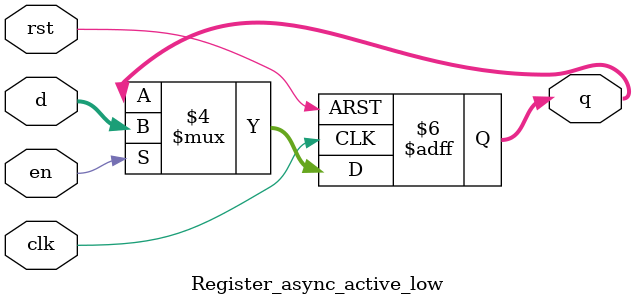
<source format=v>
module Register_without_en #(parameter WIDTH = 8)(
  input clk, rst,
  input [WIDTH-1:0] d,
  output reg [WIDTH-1:0] q
);
  
  always @(posedge clk) begin
    if (rst) // active low reset
      q <= {WIDTH{1'b0}};
    else 
      q <= d;
  end
  
endmodule

// Register with enable and async active low reset
module Register_async_active_low #(parameter WIDTH = 8)(
  input clk, rst, en,
  input [WIDTH-1:0] d,
  output reg [WIDTH-1:0] q
);
  
  always @(posedge clk or negedge rst) begin
    if (!rst) // active low reset
      q <= {WIDTH{1'b0}};
    else if (en)
      q <= d;
    else 
      q <= q;
  end
  
endmodule

</source>
